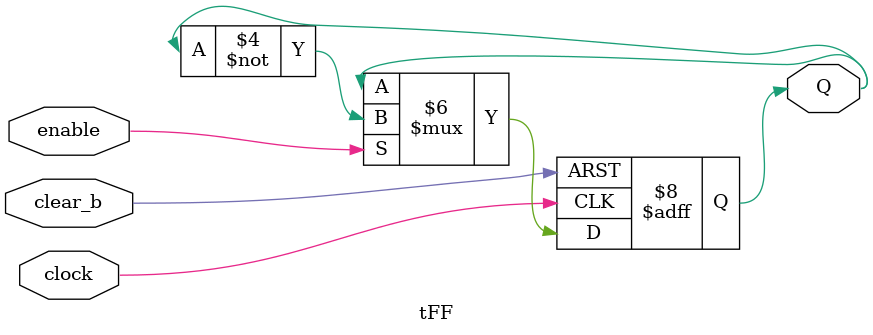
<source format=v>
module part1(Clock, Enable, Clear_b, CounterValue);
    input Clock, Enable, Clear_b;
    output [7:0] CounterValue;

    wire Q1, Q2, Q3, Q4, Q5, Q6, Q7, Q8; //output values from the 8 T flip flops
    wire E1, E2, E3, E4, E5, E6, E7; // outputs from ANDing Q and Enable (becomes the new enable)
    assign E1 = Enable & Q1; // assigning the wires entering at T
    assign E2 = E1 & Q2;
    assign E3 = E2 & Q3;
    assign E4 = E3 & Q4;
    assign E5 = E4 & Q5;
    assign E6 = E5 & Q6;
    assign E7 = E6 & Q7;

    tFF u1(.enable(Enable), .clock(Clock), .Q(Q1), .clear_b(Clear_b));
    tFF u2(.enable(E1), .clock(Clock), .Q(Q2), .clear_b(Clear_b)); // the enable for the next = E of the previous
    tFF u3(.enable(E2), .clock(Clock), .Q(Q3), .clear_b(Clear_b));
    tFF u4(.enable(E3), .clock(Clock), .Q(Q4), .clear_b(Clear_b));
    tFF u5(.enable(E4), .clock(Clock), .Q(Q5), .clear_b(Clear_b));
    tFF u6(.enable(E5), .clock(Clock), .Q(Q6), .clear_b(Clear_b));
    tFF u7(.enable(E6), .clock(Clock), .Q(Q7), .clear_b(Clear_b));
    tFF u8(.enable(E7), .clock(Clock), .Q(Q8), .clear_b(Clear_b)); // last Q value = CounterValue

    assign CounterValue = {Q8, Q7, Q6, Q5, Q4, Q3, Q2, Q1};

endmodule

module tFF(enable, clock, Q, clear_b);
    input enable, clock, clear_b;
    output reg Q;
    always@(posedge clock, negedge clear_b)
    begin
        if(clear_b == 1'b0) //active-low
            Q <= 1'b0; // reset it back to 0
        else if (enable == 1'b1)
            Q <= ~Q; // value only changes when enable/T is at 1;
        else
            Q <= Q; // when clear = 1 and enable = 0 (all the T's = 0), nothing changes
    end
endmodule

</source>
